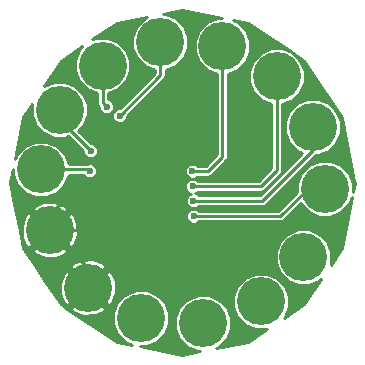
<source format=gbr>
G04 #@! TF.FileFunction,Copper,L2,Bot,Signal*
%FSLAX46Y46*%
G04 Gerber Fmt 4.6, Leading zero omitted, Abs format (unit mm)*
G04 Created by KiCad (PCBNEW 4.0.7) date 07/05/18 15:34:05*
%MOMM*%
%LPD*%
G01*
G04 APERTURE LIST*
%ADD10C,0.100000*%
%ADD11C,4.064000*%
%ADD12C,0.600000*%
%ADD13C,0.250000*%
%ADD14C,0.254000*%
G04 APERTURE END LIST*
D10*
D11*
X157553660Y-82562700D03*
X159146240Y-77505560D03*
X162778440Y-73761600D03*
X167678100Y-71780400D03*
X172935900Y-72123300D03*
X177530760Y-74683620D03*
X180576220Y-78958440D03*
X181610000Y-84183220D03*
X161549080Y-92565220D03*
X176189640Y-93738700D03*
X171300140Y-95582740D03*
X166047420Y-95163640D03*
X158308040Y-87703660D03*
X179793900Y-89994740D03*
D12*
X161686240Y-82682080D03*
X161767520Y-80995520D03*
X163128960Y-77256640D03*
X164246560Y-78008480D03*
X170383200Y-82702400D03*
X170403520Y-83982560D03*
X170461940Y-85217000D03*
X170484800Y-86502240D03*
X162072320Y-87355680D03*
X161889440Y-83982560D03*
D13*
X157553660Y-82562700D02*
X161566860Y-82562700D01*
X161566860Y-82562700D02*
X161686240Y-82682080D01*
X159146240Y-77505560D02*
X159146240Y-78374240D01*
X159146240Y-78374240D02*
X161767520Y-80995520D01*
X162778440Y-73761600D02*
X162778440Y-76906120D01*
X162778440Y-76906120D02*
X163128960Y-77256640D01*
X167678100Y-71780400D02*
X167678100Y-74576940D01*
X167678100Y-74576940D02*
X164246560Y-78008480D01*
X172935900Y-72123300D02*
X172935900Y-81470500D01*
X171704000Y-82702400D02*
X170383200Y-82702400D01*
X172935900Y-81470500D02*
X171704000Y-82702400D01*
X177530760Y-74683620D02*
X177530760Y-82646520D01*
X176194720Y-83982560D02*
X170403520Y-83982560D01*
X177530760Y-82646520D02*
X176194720Y-83982560D01*
X180576220Y-78958440D02*
X180576220Y-80942180D01*
X180576220Y-80942180D02*
X176301400Y-85217000D01*
X176301400Y-85217000D02*
X170461940Y-85217000D01*
X181610000Y-84183220D02*
X180159660Y-84183220D01*
X180159660Y-84183220D02*
X177840640Y-86502240D01*
X177840640Y-86502240D02*
X170484800Y-86502240D01*
X158308040Y-87703660D02*
X161724340Y-87703660D01*
X161724340Y-87703660D02*
X162072320Y-87355680D01*
X161549080Y-92565220D02*
X161549080Y-90944700D01*
X161549080Y-90944700D02*
X158308040Y-87703660D01*
X158308040Y-87703660D02*
X158308040Y-86365080D01*
X158308040Y-86365080D02*
X160690560Y-83982560D01*
X160690560Y-83982560D02*
X161889440Y-83982560D01*
D14*
G36*
X172934099Y-69756298D02*
X172467140Y-69755890D01*
X171596854Y-70115485D01*
X170930425Y-70780752D01*
X170569312Y-71650409D01*
X170568490Y-72592060D01*
X170928085Y-73462346D01*
X171593352Y-74128775D01*
X172463009Y-74489888D01*
X172475900Y-74489899D01*
X172475900Y-81279962D01*
X171513462Y-82242400D01*
X170821244Y-82242400D01*
X170743368Y-82164387D01*
X170510063Y-82067511D01*
X170257445Y-82067290D01*
X170023972Y-82163760D01*
X169845187Y-82342232D01*
X169748311Y-82575537D01*
X169748090Y-82828155D01*
X169844560Y-83061628D01*
X170023032Y-83240413D01*
X170256337Y-83337289D01*
X170508955Y-83337510D01*
X170742428Y-83241040D01*
X170821206Y-83162400D01*
X171704000Y-83162400D01*
X171880035Y-83127385D01*
X172029269Y-83027669D01*
X173261169Y-81795769D01*
X173360885Y-81646535D01*
X173395900Y-81470500D01*
X173395900Y-74490702D01*
X173404660Y-74490710D01*
X174274946Y-74131115D01*
X174941375Y-73465848D01*
X175302488Y-72596191D01*
X175303310Y-71654540D01*
X174943715Y-70784254D01*
X174278448Y-70117825D01*
X173843360Y-69937161D01*
X175126605Y-70192414D01*
X178803190Y-72649029D01*
X178003651Y-72317032D01*
X177062000Y-72316210D01*
X176191714Y-72675805D01*
X175525285Y-73341072D01*
X175164172Y-74210729D01*
X175163350Y-75152380D01*
X175522945Y-76022666D01*
X176188212Y-76689095D01*
X177057869Y-77050208D01*
X177070760Y-77050219D01*
X177070760Y-82455982D01*
X176004182Y-83522560D01*
X170841564Y-83522560D01*
X170763688Y-83444547D01*
X170530383Y-83347671D01*
X170277765Y-83347450D01*
X170044292Y-83443920D01*
X169865507Y-83622392D01*
X169768631Y-83855697D01*
X169768410Y-84108315D01*
X169864880Y-84341788D01*
X170043352Y-84520573D01*
X170263424Y-84611954D01*
X170102712Y-84678360D01*
X169923927Y-84856832D01*
X169827051Y-85090137D01*
X169826830Y-85342755D01*
X169923300Y-85576228D01*
X170101772Y-85755013D01*
X170335077Y-85851889D01*
X170587695Y-85852110D01*
X170821168Y-85755640D01*
X170899946Y-85677000D01*
X176301400Y-85677000D01*
X176477435Y-85641985D01*
X176626669Y-85542269D01*
X180843264Y-81325674D01*
X181044980Y-81325850D01*
X181915266Y-80966255D01*
X182581695Y-80300988D01*
X182942808Y-79431331D01*
X182943630Y-78489680D01*
X182584035Y-77619394D01*
X181918768Y-76952965D01*
X181049111Y-76591852D01*
X180107460Y-76591030D01*
X179237174Y-76950625D01*
X178570745Y-77615892D01*
X178209632Y-78485549D01*
X178208810Y-79427200D01*
X178568405Y-80297486D01*
X179233672Y-80963915D01*
X179707286Y-81160576D01*
X176110862Y-84757000D01*
X170899984Y-84757000D01*
X170822108Y-84678987D01*
X170602036Y-84587606D01*
X170762748Y-84521200D01*
X170841526Y-84442560D01*
X176194720Y-84442560D01*
X176370755Y-84407545D01*
X176519989Y-84307829D01*
X177856029Y-82971789D01*
X177955745Y-82822555D01*
X177990760Y-82646520D01*
X177990760Y-77051022D01*
X177999520Y-77051030D01*
X178869806Y-76691435D01*
X179536235Y-76026168D01*
X179897348Y-75156511D01*
X179898170Y-74214860D01*
X179538575Y-73344574D01*
X178926478Y-72731408D01*
X179858461Y-73354139D01*
X182994688Y-78047835D01*
X183043664Y-78204028D01*
X184108189Y-83555758D01*
X184118150Y-83729365D01*
X183976777Y-84440098D01*
X183977410Y-83714460D01*
X183617815Y-82844174D01*
X182952548Y-82177745D01*
X182082891Y-81816632D01*
X181141240Y-81815810D01*
X180270954Y-82175405D01*
X179604525Y-82840672D01*
X179243412Y-83710329D01*
X179242767Y-84449575D01*
X177650102Y-86042240D01*
X170922844Y-86042240D01*
X170844968Y-85964227D01*
X170611663Y-85867351D01*
X170359045Y-85867130D01*
X170125572Y-85963600D01*
X169946787Y-86142072D01*
X169849911Y-86375377D01*
X169849690Y-86627995D01*
X169946160Y-86861468D01*
X170124632Y-87040253D01*
X170357937Y-87137129D01*
X170610555Y-87137350D01*
X170844028Y-87040880D01*
X170922806Y-86962240D01*
X177840640Y-86962240D01*
X178016675Y-86927225D01*
X178165909Y-86827509D01*
X179563873Y-85429545D01*
X179602185Y-85522266D01*
X180267452Y-86188695D01*
X181137109Y-86549808D01*
X182078760Y-86550630D01*
X182949046Y-86191035D01*
X183615475Y-85525768D01*
X183894473Y-84853866D01*
X183020186Y-89249205D01*
X182085676Y-90647798D01*
X182160488Y-90467631D01*
X182161310Y-89525980D01*
X181801715Y-88655694D01*
X181136448Y-87989265D01*
X180266791Y-87628152D01*
X179325140Y-87627330D01*
X178454854Y-87986925D01*
X177788425Y-88652192D01*
X177427312Y-89521849D01*
X177426490Y-90463500D01*
X177786085Y-91333786D01*
X178451352Y-92000215D01*
X179321009Y-92361328D01*
X180262660Y-92362150D01*
X181132946Y-92002555D01*
X181275626Y-91860124D01*
X179858461Y-93981061D01*
X178161107Y-95115197D01*
X178195115Y-95081248D01*
X178556228Y-94211591D01*
X178557050Y-93269940D01*
X178197455Y-92399654D01*
X177532188Y-91733225D01*
X176662531Y-91372112D01*
X175720880Y-91371290D01*
X174850594Y-91730885D01*
X174184165Y-92396152D01*
X173823052Y-93265809D01*
X173822230Y-94207460D01*
X174181825Y-95077746D01*
X174847092Y-95744175D01*
X175716749Y-96105288D01*
X176658400Y-96106110D01*
X176710024Y-96084780D01*
X175126605Y-97142786D01*
X172419803Y-97681202D01*
X172639186Y-97590555D01*
X173305615Y-96925288D01*
X173666728Y-96055631D01*
X173667550Y-95113980D01*
X173307955Y-94243694D01*
X172642688Y-93577265D01*
X171773031Y-93216152D01*
X170831380Y-93215330D01*
X169961094Y-93574925D01*
X169294665Y-94240192D01*
X168933552Y-95109849D01*
X168932730Y-96051500D01*
X169292325Y-96921786D01*
X169957592Y-97588215D01*
X170827249Y-97949328D01*
X171070775Y-97949541D01*
X169545000Y-98253036D01*
X165912682Y-97530523D01*
X166516180Y-97531050D01*
X167386466Y-97171455D01*
X168052895Y-96506188D01*
X168414008Y-95636531D01*
X168414830Y-94694880D01*
X168055235Y-93824594D01*
X167389968Y-93158165D01*
X166520311Y-92797052D01*
X165578660Y-92796230D01*
X164708374Y-93155825D01*
X164041945Y-93821092D01*
X163680832Y-94690749D01*
X163680010Y-95632400D01*
X164039605Y-96502686D01*
X164704872Y-97169115D01*
X165264958Y-97401683D01*
X163963395Y-97142786D01*
X159758116Y-94332908D01*
X160031708Y-94332908D01*
X160277552Y-94616459D01*
X161159316Y-94946910D01*
X162100419Y-94914771D01*
X162820608Y-94616459D01*
X163066452Y-94332908D01*
X161549080Y-92815536D01*
X160031708Y-94332908D01*
X159758116Y-94332908D01*
X159231539Y-93981061D01*
X158025073Y-92175456D01*
X159167390Y-92175456D01*
X159199529Y-93116559D01*
X159497841Y-93836748D01*
X159781392Y-94082592D01*
X161298764Y-92565220D01*
X161799396Y-92565220D01*
X163316768Y-94082592D01*
X163600319Y-93836748D01*
X163930770Y-92954984D01*
X163898631Y-92013881D01*
X163600319Y-91293692D01*
X163316768Y-91047848D01*
X161799396Y-92565220D01*
X161298764Y-92565220D01*
X159781392Y-91047848D01*
X159497841Y-91293692D01*
X159167390Y-92175456D01*
X158025073Y-92175456D01*
X157104374Y-90797532D01*
X160031708Y-90797532D01*
X161549080Y-92314904D01*
X163066452Y-90797532D01*
X162820608Y-90513981D01*
X161938844Y-90183530D01*
X160997741Y-90215669D01*
X160277552Y-90513981D01*
X160031708Y-90797532D01*
X157104374Y-90797532D01*
X156218246Y-89471348D01*
X156790668Y-89471348D01*
X157036512Y-89754899D01*
X157918276Y-90085350D01*
X158859379Y-90053211D01*
X159579568Y-89754899D01*
X159825412Y-89471348D01*
X158308040Y-87953976D01*
X156790668Y-89471348D01*
X156218246Y-89471348D01*
X156069814Y-89249205D01*
X155684858Y-87313896D01*
X155926350Y-87313896D01*
X155958489Y-88254999D01*
X156256801Y-88975188D01*
X156540352Y-89221032D01*
X158057724Y-87703660D01*
X158558356Y-87703660D01*
X160075728Y-89221032D01*
X160359279Y-88975188D01*
X160689730Y-88093424D01*
X160657591Y-87152321D01*
X160359279Y-86432132D01*
X160075728Y-86186288D01*
X158558356Y-87703660D01*
X158057724Y-87703660D01*
X156540352Y-86186288D01*
X156256801Y-86432132D01*
X155926350Y-87313896D01*
X155684858Y-87313896D01*
X155410772Y-85935972D01*
X156790668Y-85935972D01*
X158308040Y-87453344D01*
X159825412Y-85935972D01*
X159579568Y-85652421D01*
X158697804Y-85321970D01*
X157756701Y-85354109D01*
X157036512Y-85652421D01*
X156790668Y-85935972D01*
X155410772Y-85935972D01*
X154962068Y-83680190D01*
X154961406Y-83658339D01*
X155186691Y-82525753D01*
X155186250Y-83031460D01*
X155545845Y-83901746D01*
X156211112Y-84568175D01*
X157080769Y-84929288D01*
X158022420Y-84930110D01*
X158892706Y-84570515D01*
X159559135Y-83905248D01*
X159920248Y-83035591D01*
X159920259Y-83022700D01*
X161139911Y-83022700D01*
X161147600Y-83041308D01*
X161326072Y-83220093D01*
X161559377Y-83316969D01*
X161811995Y-83317190D01*
X162045468Y-83220720D01*
X162224253Y-83042248D01*
X162321129Y-82808943D01*
X162321350Y-82556325D01*
X162224880Y-82322852D01*
X162046408Y-82144067D01*
X161813103Y-82047191D01*
X161560485Y-82046970D01*
X161425609Y-82102700D01*
X159921062Y-82102700D01*
X159921070Y-82093940D01*
X159561475Y-81223654D01*
X158896208Y-80557225D01*
X158026551Y-80196112D01*
X157084900Y-80195290D01*
X156214614Y-80554885D01*
X155548185Y-81220152D01*
X155352791Y-81690713D01*
X156069814Y-78085995D01*
X156789548Y-77008837D01*
X156779652Y-77032669D01*
X156778830Y-77974320D01*
X157138425Y-78844606D01*
X157803692Y-79511035D01*
X158673349Y-79872148D01*
X159615000Y-79872970D01*
X159883493Y-79762031D01*
X161132506Y-81011044D01*
X161132410Y-81121275D01*
X161228880Y-81354748D01*
X161407352Y-81533533D01*
X161640657Y-81630409D01*
X161893275Y-81630630D01*
X162126748Y-81534160D01*
X162305533Y-81355688D01*
X162402409Y-81122383D01*
X162402630Y-80869765D01*
X162306160Y-80636292D01*
X162127688Y-80457507D01*
X161894383Y-80360631D01*
X161783072Y-80360534D01*
X160710796Y-79288258D01*
X161151715Y-78848108D01*
X161512828Y-77978451D01*
X161513650Y-77036800D01*
X161154055Y-76166514D01*
X160488788Y-75500085D01*
X159619131Y-75138972D01*
X158677480Y-75138150D01*
X157807194Y-75497745D01*
X157783269Y-75521628D01*
X159231539Y-73354139D01*
X161060355Y-72132164D01*
X160772965Y-72419052D01*
X160411852Y-73288709D01*
X160411030Y-74230360D01*
X160770625Y-75100646D01*
X161435892Y-75767075D01*
X162305549Y-76128188D01*
X162318440Y-76128199D01*
X162318440Y-76906120D01*
X162353455Y-77082155D01*
X162453171Y-77231389D01*
X162493946Y-77272164D01*
X162493850Y-77382395D01*
X162590320Y-77615868D01*
X162768792Y-77794653D01*
X163002097Y-77891529D01*
X163254715Y-77891750D01*
X163488188Y-77795280D01*
X163666973Y-77616808D01*
X163763849Y-77383503D01*
X163764070Y-77130885D01*
X163667600Y-76897412D01*
X163489128Y-76718627D01*
X163255823Y-76621751D01*
X163238440Y-76621736D01*
X163238440Y-76129002D01*
X163247200Y-76129010D01*
X164117486Y-75769415D01*
X164783915Y-75104148D01*
X165145028Y-74234491D01*
X165145850Y-73292840D01*
X164786255Y-72422554D01*
X164120988Y-71756125D01*
X163251331Y-71395012D01*
X162309680Y-71394190D01*
X161930057Y-71551047D01*
X163963395Y-70192414D01*
X166585082Y-69670928D01*
X166339054Y-69772585D01*
X165672625Y-70437852D01*
X165311512Y-71307509D01*
X165310690Y-72249160D01*
X165670285Y-73119446D01*
X166335552Y-73785875D01*
X167205209Y-74146988D01*
X167218100Y-74146999D01*
X167218100Y-74386402D01*
X164231036Y-77373466D01*
X164120805Y-77373370D01*
X163887332Y-77469840D01*
X163708547Y-77648312D01*
X163611671Y-77881617D01*
X163611450Y-78134235D01*
X163707920Y-78367708D01*
X163886392Y-78546493D01*
X164119697Y-78643369D01*
X164372315Y-78643590D01*
X164605788Y-78547120D01*
X164784573Y-78368648D01*
X164881449Y-78135343D01*
X164881546Y-78024032D01*
X168003369Y-74902209D01*
X168103084Y-74752975D01*
X168103085Y-74752974D01*
X168138100Y-74576940D01*
X168138100Y-74147802D01*
X168146860Y-74147810D01*
X169017146Y-73788215D01*
X169683575Y-73122948D01*
X170044688Y-72253291D01*
X170045510Y-71311640D01*
X169685915Y-70441354D01*
X169020648Y-69774925D01*
X168150991Y-69413812D01*
X167878887Y-69413574D01*
X169545000Y-69082164D01*
X172934099Y-69756298D01*
X172934099Y-69756298D01*
G37*
X172934099Y-69756298D02*
X172467140Y-69755890D01*
X171596854Y-70115485D01*
X170930425Y-70780752D01*
X170569312Y-71650409D01*
X170568490Y-72592060D01*
X170928085Y-73462346D01*
X171593352Y-74128775D01*
X172463009Y-74489888D01*
X172475900Y-74489899D01*
X172475900Y-81279962D01*
X171513462Y-82242400D01*
X170821244Y-82242400D01*
X170743368Y-82164387D01*
X170510063Y-82067511D01*
X170257445Y-82067290D01*
X170023972Y-82163760D01*
X169845187Y-82342232D01*
X169748311Y-82575537D01*
X169748090Y-82828155D01*
X169844560Y-83061628D01*
X170023032Y-83240413D01*
X170256337Y-83337289D01*
X170508955Y-83337510D01*
X170742428Y-83241040D01*
X170821206Y-83162400D01*
X171704000Y-83162400D01*
X171880035Y-83127385D01*
X172029269Y-83027669D01*
X173261169Y-81795769D01*
X173360885Y-81646535D01*
X173395900Y-81470500D01*
X173395900Y-74490702D01*
X173404660Y-74490710D01*
X174274946Y-74131115D01*
X174941375Y-73465848D01*
X175302488Y-72596191D01*
X175303310Y-71654540D01*
X174943715Y-70784254D01*
X174278448Y-70117825D01*
X173843360Y-69937161D01*
X175126605Y-70192414D01*
X178803190Y-72649029D01*
X178003651Y-72317032D01*
X177062000Y-72316210D01*
X176191714Y-72675805D01*
X175525285Y-73341072D01*
X175164172Y-74210729D01*
X175163350Y-75152380D01*
X175522945Y-76022666D01*
X176188212Y-76689095D01*
X177057869Y-77050208D01*
X177070760Y-77050219D01*
X177070760Y-82455982D01*
X176004182Y-83522560D01*
X170841564Y-83522560D01*
X170763688Y-83444547D01*
X170530383Y-83347671D01*
X170277765Y-83347450D01*
X170044292Y-83443920D01*
X169865507Y-83622392D01*
X169768631Y-83855697D01*
X169768410Y-84108315D01*
X169864880Y-84341788D01*
X170043352Y-84520573D01*
X170263424Y-84611954D01*
X170102712Y-84678360D01*
X169923927Y-84856832D01*
X169827051Y-85090137D01*
X169826830Y-85342755D01*
X169923300Y-85576228D01*
X170101772Y-85755013D01*
X170335077Y-85851889D01*
X170587695Y-85852110D01*
X170821168Y-85755640D01*
X170899946Y-85677000D01*
X176301400Y-85677000D01*
X176477435Y-85641985D01*
X176626669Y-85542269D01*
X180843264Y-81325674D01*
X181044980Y-81325850D01*
X181915266Y-80966255D01*
X182581695Y-80300988D01*
X182942808Y-79431331D01*
X182943630Y-78489680D01*
X182584035Y-77619394D01*
X181918768Y-76952965D01*
X181049111Y-76591852D01*
X180107460Y-76591030D01*
X179237174Y-76950625D01*
X178570745Y-77615892D01*
X178209632Y-78485549D01*
X178208810Y-79427200D01*
X178568405Y-80297486D01*
X179233672Y-80963915D01*
X179707286Y-81160576D01*
X176110862Y-84757000D01*
X170899984Y-84757000D01*
X170822108Y-84678987D01*
X170602036Y-84587606D01*
X170762748Y-84521200D01*
X170841526Y-84442560D01*
X176194720Y-84442560D01*
X176370755Y-84407545D01*
X176519989Y-84307829D01*
X177856029Y-82971789D01*
X177955745Y-82822555D01*
X177990760Y-82646520D01*
X177990760Y-77051022D01*
X177999520Y-77051030D01*
X178869806Y-76691435D01*
X179536235Y-76026168D01*
X179897348Y-75156511D01*
X179898170Y-74214860D01*
X179538575Y-73344574D01*
X178926478Y-72731408D01*
X179858461Y-73354139D01*
X182994688Y-78047835D01*
X183043664Y-78204028D01*
X184108189Y-83555758D01*
X184118150Y-83729365D01*
X183976777Y-84440098D01*
X183977410Y-83714460D01*
X183617815Y-82844174D01*
X182952548Y-82177745D01*
X182082891Y-81816632D01*
X181141240Y-81815810D01*
X180270954Y-82175405D01*
X179604525Y-82840672D01*
X179243412Y-83710329D01*
X179242767Y-84449575D01*
X177650102Y-86042240D01*
X170922844Y-86042240D01*
X170844968Y-85964227D01*
X170611663Y-85867351D01*
X170359045Y-85867130D01*
X170125572Y-85963600D01*
X169946787Y-86142072D01*
X169849911Y-86375377D01*
X169849690Y-86627995D01*
X169946160Y-86861468D01*
X170124632Y-87040253D01*
X170357937Y-87137129D01*
X170610555Y-87137350D01*
X170844028Y-87040880D01*
X170922806Y-86962240D01*
X177840640Y-86962240D01*
X178016675Y-86927225D01*
X178165909Y-86827509D01*
X179563873Y-85429545D01*
X179602185Y-85522266D01*
X180267452Y-86188695D01*
X181137109Y-86549808D01*
X182078760Y-86550630D01*
X182949046Y-86191035D01*
X183615475Y-85525768D01*
X183894473Y-84853866D01*
X183020186Y-89249205D01*
X182085676Y-90647798D01*
X182160488Y-90467631D01*
X182161310Y-89525980D01*
X181801715Y-88655694D01*
X181136448Y-87989265D01*
X180266791Y-87628152D01*
X179325140Y-87627330D01*
X178454854Y-87986925D01*
X177788425Y-88652192D01*
X177427312Y-89521849D01*
X177426490Y-90463500D01*
X177786085Y-91333786D01*
X178451352Y-92000215D01*
X179321009Y-92361328D01*
X180262660Y-92362150D01*
X181132946Y-92002555D01*
X181275626Y-91860124D01*
X179858461Y-93981061D01*
X178161107Y-95115197D01*
X178195115Y-95081248D01*
X178556228Y-94211591D01*
X178557050Y-93269940D01*
X178197455Y-92399654D01*
X177532188Y-91733225D01*
X176662531Y-91372112D01*
X175720880Y-91371290D01*
X174850594Y-91730885D01*
X174184165Y-92396152D01*
X173823052Y-93265809D01*
X173822230Y-94207460D01*
X174181825Y-95077746D01*
X174847092Y-95744175D01*
X175716749Y-96105288D01*
X176658400Y-96106110D01*
X176710024Y-96084780D01*
X175126605Y-97142786D01*
X172419803Y-97681202D01*
X172639186Y-97590555D01*
X173305615Y-96925288D01*
X173666728Y-96055631D01*
X173667550Y-95113980D01*
X173307955Y-94243694D01*
X172642688Y-93577265D01*
X171773031Y-93216152D01*
X170831380Y-93215330D01*
X169961094Y-93574925D01*
X169294665Y-94240192D01*
X168933552Y-95109849D01*
X168932730Y-96051500D01*
X169292325Y-96921786D01*
X169957592Y-97588215D01*
X170827249Y-97949328D01*
X171070775Y-97949541D01*
X169545000Y-98253036D01*
X165912682Y-97530523D01*
X166516180Y-97531050D01*
X167386466Y-97171455D01*
X168052895Y-96506188D01*
X168414008Y-95636531D01*
X168414830Y-94694880D01*
X168055235Y-93824594D01*
X167389968Y-93158165D01*
X166520311Y-92797052D01*
X165578660Y-92796230D01*
X164708374Y-93155825D01*
X164041945Y-93821092D01*
X163680832Y-94690749D01*
X163680010Y-95632400D01*
X164039605Y-96502686D01*
X164704872Y-97169115D01*
X165264958Y-97401683D01*
X163963395Y-97142786D01*
X159758116Y-94332908D01*
X160031708Y-94332908D01*
X160277552Y-94616459D01*
X161159316Y-94946910D01*
X162100419Y-94914771D01*
X162820608Y-94616459D01*
X163066452Y-94332908D01*
X161549080Y-92815536D01*
X160031708Y-94332908D01*
X159758116Y-94332908D01*
X159231539Y-93981061D01*
X158025073Y-92175456D01*
X159167390Y-92175456D01*
X159199529Y-93116559D01*
X159497841Y-93836748D01*
X159781392Y-94082592D01*
X161298764Y-92565220D01*
X161799396Y-92565220D01*
X163316768Y-94082592D01*
X163600319Y-93836748D01*
X163930770Y-92954984D01*
X163898631Y-92013881D01*
X163600319Y-91293692D01*
X163316768Y-91047848D01*
X161799396Y-92565220D01*
X161298764Y-92565220D01*
X159781392Y-91047848D01*
X159497841Y-91293692D01*
X159167390Y-92175456D01*
X158025073Y-92175456D01*
X157104374Y-90797532D01*
X160031708Y-90797532D01*
X161549080Y-92314904D01*
X163066452Y-90797532D01*
X162820608Y-90513981D01*
X161938844Y-90183530D01*
X160997741Y-90215669D01*
X160277552Y-90513981D01*
X160031708Y-90797532D01*
X157104374Y-90797532D01*
X156218246Y-89471348D01*
X156790668Y-89471348D01*
X157036512Y-89754899D01*
X157918276Y-90085350D01*
X158859379Y-90053211D01*
X159579568Y-89754899D01*
X159825412Y-89471348D01*
X158308040Y-87953976D01*
X156790668Y-89471348D01*
X156218246Y-89471348D01*
X156069814Y-89249205D01*
X155684858Y-87313896D01*
X155926350Y-87313896D01*
X155958489Y-88254999D01*
X156256801Y-88975188D01*
X156540352Y-89221032D01*
X158057724Y-87703660D01*
X158558356Y-87703660D01*
X160075728Y-89221032D01*
X160359279Y-88975188D01*
X160689730Y-88093424D01*
X160657591Y-87152321D01*
X160359279Y-86432132D01*
X160075728Y-86186288D01*
X158558356Y-87703660D01*
X158057724Y-87703660D01*
X156540352Y-86186288D01*
X156256801Y-86432132D01*
X155926350Y-87313896D01*
X155684858Y-87313896D01*
X155410772Y-85935972D01*
X156790668Y-85935972D01*
X158308040Y-87453344D01*
X159825412Y-85935972D01*
X159579568Y-85652421D01*
X158697804Y-85321970D01*
X157756701Y-85354109D01*
X157036512Y-85652421D01*
X156790668Y-85935972D01*
X155410772Y-85935972D01*
X154962068Y-83680190D01*
X154961406Y-83658339D01*
X155186691Y-82525753D01*
X155186250Y-83031460D01*
X155545845Y-83901746D01*
X156211112Y-84568175D01*
X157080769Y-84929288D01*
X158022420Y-84930110D01*
X158892706Y-84570515D01*
X159559135Y-83905248D01*
X159920248Y-83035591D01*
X159920259Y-83022700D01*
X161139911Y-83022700D01*
X161147600Y-83041308D01*
X161326072Y-83220093D01*
X161559377Y-83316969D01*
X161811995Y-83317190D01*
X162045468Y-83220720D01*
X162224253Y-83042248D01*
X162321129Y-82808943D01*
X162321350Y-82556325D01*
X162224880Y-82322852D01*
X162046408Y-82144067D01*
X161813103Y-82047191D01*
X161560485Y-82046970D01*
X161425609Y-82102700D01*
X159921062Y-82102700D01*
X159921070Y-82093940D01*
X159561475Y-81223654D01*
X158896208Y-80557225D01*
X158026551Y-80196112D01*
X157084900Y-80195290D01*
X156214614Y-80554885D01*
X155548185Y-81220152D01*
X155352791Y-81690713D01*
X156069814Y-78085995D01*
X156789548Y-77008837D01*
X156779652Y-77032669D01*
X156778830Y-77974320D01*
X157138425Y-78844606D01*
X157803692Y-79511035D01*
X158673349Y-79872148D01*
X159615000Y-79872970D01*
X159883493Y-79762031D01*
X161132506Y-81011044D01*
X161132410Y-81121275D01*
X161228880Y-81354748D01*
X161407352Y-81533533D01*
X161640657Y-81630409D01*
X161893275Y-81630630D01*
X162126748Y-81534160D01*
X162305533Y-81355688D01*
X162402409Y-81122383D01*
X162402630Y-80869765D01*
X162306160Y-80636292D01*
X162127688Y-80457507D01*
X161894383Y-80360631D01*
X161783072Y-80360534D01*
X160710796Y-79288258D01*
X161151715Y-78848108D01*
X161512828Y-77978451D01*
X161513650Y-77036800D01*
X161154055Y-76166514D01*
X160488788Y-75500085D01*
X159619131Y-75138972D01*
X158677480Y-75138150D01*
X157807194Y-75497745D01*
X157783269Y-75521628D01*
X159231539Y-73354139D01*
X161060355Y-72132164D01*
X160772965Y-72419052D01*
X160411852Y-73288709D01*
X160411030Y-74230360D01*
X160770625Y-75100646D01*
X161435892Y-75767075D01*
X162305549Y-76128188D01*
X162318440Y-76128199D01*
X162318440Y-76906120D01*
X162353455Y-77082155D01*
X162453171Y-77231389D01*
X162493946Y-77272164D01*
X162493850Y-77382395D01*
X162590320Y-77615868D01*
X162768792Y-77794653D01*
X163002097Y-77891529D01*
X163254715Y-77891750D01*
X163488188Y-77795280D01*
X163666973Y-77616808D01*
X163763849Y-77383503D01*
X163764070Y-77130885D01*
X163667600Y-76897412D01*
X163489128Y-76718627D01*
X163255823Y-76621751D01*
X163238440Y-76621736D01*
X163238440Y-76129002D01*
X163247200Y-76129010D01*
X164117486Y-75769415D01*
X164783915Y-75104148D01*
X165145028Y-74234491D01*
X165145850Y-73292840D01*
X164786255Y-72422554D01*
X164120988Y-71756125D01*
X163251331Y-71395012D01*
X162309680Y-71394190D01*
X161930057Y-71551047D01*
X163963395Y-70192414D01*
X166585082Y-69670928D01*
X166339054Y-69772585D01*
X165672625Y-70437852D01*
X165311512Y-71307509D01*
X165310690Y-72249160D01*
X165670285Y-73119446D01*
X166335552Y-73785875D01*
X167205209Y-74146988D01*
X167218100Y-74146999D01*
X167218100Y-74386402D01*
X164231036Y-77373466D01*
X164120805Y-77373370D01*
X163887332Y-77469840D01*
X163708547Y-77648312D01*
X163611671Y-77881617D01*
X163611450Y-78134235D01*
X163707920Y-78367708D01*
X163886392Y-78546493D01*
X164119697Y-78643369D01*
X164372315Y-78643590D01*
X164605788Y-78547120D01*
X164784573Y-78368648D01*
X164881449Y-78135343D01*
X164881546Y-78024032D01*
X168003369Y-74902209D01*
X168103084Y-74752975D01*
X168103085Y-74752974D01*
X168138100Y-74576940D01*
X168138100Y-74147802D01*
X168146860Y-74147810D01*
X169017146Y-73788215D01*
X169683575Y-73122948D01*
X170044688Y-72253291D01*
X170045510Y-71311640D01*
X169685915Y-70441354D01*
X169020648Y-69774925D01*
X168150991Y-69413812D01*
X167878887Y-69413574D01*
X169545000Y-69082164D01*
X172934099Y-69756298D01*
M02*

</source>
